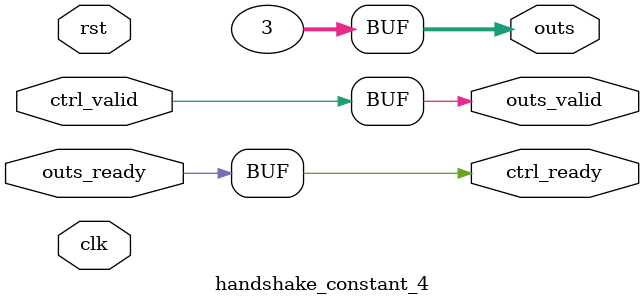
<source format=v>
`timescale 1ns / 1ps
module handshake_constant_4 #(
  parameter DATA_WIDTH = 32  // Default set to 32 bits
) (
  input                       clk,
  input                       rst,
  // Input Channel
  input                       ctrl_valid,
  output                      ctrl_ready,
  // Output Channel
  output [DATA_WIDTH - 1 : 0] outs,
  output                      outs_valid,
  input                       outs_ready
);
  assign outs       = 3'b011;
  assign outs_valid = ctrl_valid;
  assign ctrl_ready = outs_ready;

endmodule

</source>
